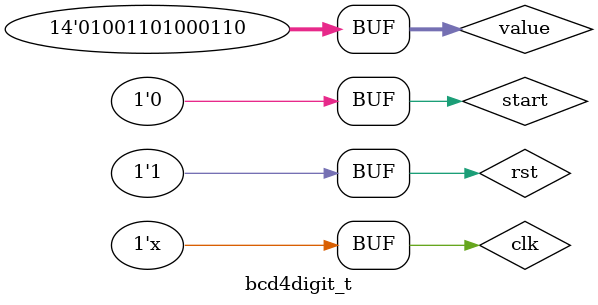
<source format=v>
`timescale 1ns / 1ps


module bcd4digit_t;

	// Inputs
	reg clk;
	reg rst;
	reg [13:0] value;
	reg start;

	// Outputs
	wire ready;
	wire [3:0] A;
	wire [3:0] B;
	wire [3:0] C;
	wire [3:0] D;

	// Instantiate the Unit Under Test (UUT)
	bcd4digit uut (
		.ready(ready), 
		.A(A), 
		.B(B), 
		.C(C), 
		.D(D), 
		.clk(clk), 
		.rst(rst), 
		.value(value), 
		.start(start)
	);
    
    always #50 
        clk = ~clk;

    initial begin
        // Initialize Inputs
        clk = 1;
        rst = 0;
        value = 4934;
        start = 0;

		// Wait 100 ns for global reset to finish
		#100;
        
        // Add stimulus here
        rst = 1;
        start = 1; #100;
        start = 0;
        
	end
      
endmodule


</source>
